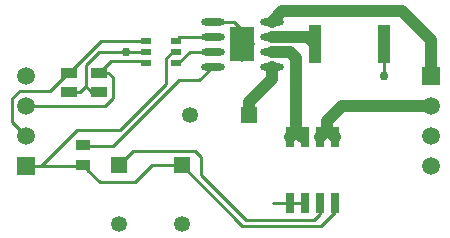
<source format=gtl>
G04*
G04 #@! TF.GenerationSoftware,Altium Limited,Altium Designer,18.0.12 (696)*
G04*
G04 Layer_Physical_Order=1*
G04 Layer_Color=255*
%FSLAX25Y25*%
%MOIN*%
G70*
G01*
G75*
%ADD12C,0.01000*%
%ADD27R,0.08386X0.11811*%
%ADD28O,0.07874X0.02362*%
G04:AMPARAMS|DCode=29|XSize=21.65mil|YSize=31.5mil|CornerRadius=1.95mil|HoleSize=0mil|Usage=FLASHONLY|Rotation=90.000|XOffset=0mil|YOffset=0mil|HoleType=Round|Shape=RoundedRectangle|*
%AMROUNDEDRECTD29*
21,1,0.02165,0.02760,0,0,90.0*
21,1,0.01776,0.03150,0,0,90.0*
1,1,0.00390,0.01380,0.00888*
1,1,0.00390,0.01380,-0.00888*
1,1,0.00390,-0.01380,-0.00888*
1,1,0.00390,-0.01380,0.00888*
%
%ADD29ROUNDEDRECTD29*%
%ADD30R,0.05315X0.03740*%
%ADD31R,0.04134X0.12795*%
%ADD32R,0.05118X0.03347*%
%ADD33R,0.02559X0.06890*%
%ADD34C,0.04000*%
%ADD35C,0.05315*%
%ADD36R,0.05315X0.05315*%
%ADD37C,0.01968*%
%ADD38R,0.05315X0.05315*%
%ADD39C,0.05906*%
%ADD40R,0.05906X0.05906*%
%ADD41C,0.03000*%
D12*
X254500Y170000D02*
Y180417D01*
X254417Y180500D02*
X254500Y180417D01*
X153201Y164701D02*
X155000Y166500D01*
X149500Y164701D02*
X153201D01*
X159500Y178000D02*
X174980D01*
X155000Y173500D02*
X159500Y178000D01*
X155000Y166500D02*
Y173500D01*
Y166500D02*
X156799Y164701D01*
X159500D01*
X135000Y160000D02*
X161500D01*
X164000Y162500D01*
Y169500D01*
X162500Y171000D02*
X164000Y169500D01*
X159500Y171000D02*
X162500D01*
X174240Y175000D02*
X174980Y174260D01*
X163500Y175000D02*
X174240D01*
X159500Y171000D02*
X163500Y175000D01*
X204413Y188000D02*
X207189Y185224D01*
X197346Y188000D02*
X204413D01*
X217500Y127500D02*
X217547Y127453D01*
X223000D01*
X228000D01*
X154000Y146500D02*
X164000D01*
X186000Y168500D01*
X140000Y140000D02*
X155307D01*
X159653Y134500D02*
X171500D01*
X155500Y138654D02*
X159653Y134500D01*
X155500Y138654D02*
Y139807D01*
X135000Y140000D02*
X140000D01*
X152000Y152000D02*
X166500D01*
X140000Y140000D02*
X152000Y152000D01*
X166500D02*
X181945Y167445D01*
X184000Y178000D02*
X185020D01*
X181945Y175945D02*
X184000Y178000D01*
X181945Y167445D02*
Y175945D01*
X186000Y168500D02*
X192847D01*
X186279Y183000D02*
X197346D01*
X185020Y181740D02*
X186279Y183000D01*
X189684Y178000D02*
X197346D01*
X185944Y174260D02*
X189684Y178000D01*
X185020Y174260D02*
X185944D01*
X192847Y168500D02*
X197346Y173000D01*
X155307Y140000D02*
X155500Y139807D01*
X166000Y140342D02*
X170658Y145000D01*
X191500D01*
X193500Y143000D01*
Y137000D02*
Y143000D01*
Y137000D02*
X208500Y122000D01*
X231000D01*
X233000Y124000D01*
Y127453D01*
X238000Y124500D02*
Y127453D01*
X233500Y120000D02*
X238000Y124500D01*
X207185Y120000D02*
X233500D01*
X187000Y140185D02*
X207185Y120000D01*
X171500Y134500D02*
X177185Y140185D01*
X187000D01*
X149150Y171000D02*
X149500D01*
X143150Y165000D02*
X149150Y171000D01*
X133000Y165000D02*
X143150D01*
X130547Y162547D02*
X133000Y165000D01*
X130547Y154453D02*
Y162547D01*
Y154453D02*
X135000Y150000D01*
X160240Y181740D02*
X174980D01*
X149500Y171000D02*
X160240Y181740D01*
X227000Y149500D02*
X228000D01*
D27*
X207189Y180500D02*
D03*
D28*
X217032Y188000D02*
D03*
Y183000D02*
D03*
Y178000D02*
D03*
Y173000D02*
D03*
X197346D02*
D03*
Y178000D02*
D03*
Y183000D02*
D03*
Y188000D02*
D03*
D29*
X185020Y181740D02*
D03*
Y178000D02*
D03*
Y174260D02*
D03*
X174980D02*
D03*
Y178000D02*
D03*
Y181740D02*
D03*
D30*
X159500Y164701D02*
D03*
Y171000D02*
D03*
X149500Y164701D02*
D03*
Y171000D02*
D03*
D31*
X231583Y180500D02*
D03*
X254417D02*
D03*
D32*
X154000Y140154D02*
D03*
Y146846D02*
D03*
D33*
X223000Y127453D02*
D03*
X228000D02*
D03*
X233000D02*
D03*
X238000D02*
D03*
X223000Y149500D02*
D03*
X228000D02*
D03*
X233000D02*
D03*
X238000D02*
D03*
D34*
X209343Y161343D02*
X217032Y169032D01*
X209343Y157000D02*
Y161343D01*
X233000Y149500D02*
X235500Y152000D01*
X238000Y149500D01*
X220532Y191500D02*
X260500D01*
X217032Y188000D02*
X220532Y191500D01*
X260500D02*
X270000Y182000D01*
X217032Y169032D02*
Y173000D01*
X240500Y160000D02*
X270000D01*
X235500Y155000D02*
X240500Y160000D01*
X235500Y152000D02*
Y155000D01*
X229083Y183000D02*
X231583Y180500D01*
X217032Y183000D02*
X229083D01*
X225000Y151500D02*
X227000Y149500D01*
X223000D02*
X225000Y151500D01*
Y176000D01*
X223000Y178000D02*
X225000Y176000D01*
X217032Y178000D02*
X223000D01*
X270000Y170000D02*
Y182000D01*
D35*
X189657Y157000D02*
D03*
X187000Y120500D02*
D03*
X166000Y120658D02*
D03*
D36*
X209343Y157000D02*
D03*
D37*
X203980Y180500D02*
D03*
X207189Y185224D02*
D03*
X210398Y180500D02*
D03*
X207189Y175776D02*
D03*
D38*
X187000Y140185D02*
D03*
X166000Y140342D02*
D03*
D39*
X270000Y140000D02*
D03*
Y150000D02*
D03*
Y160000D02*
D03*
X135000Y170000D02*
D03*
Y160000D02*
D03*
Y150000D02*
D03*
D40*
X270000Y170000D02*
D03*
X135000Y140000D02*
D03*
D41*
X254500Y170000D02*
D03*
X168500Y178000D02*
D03*
M02*

</source>
